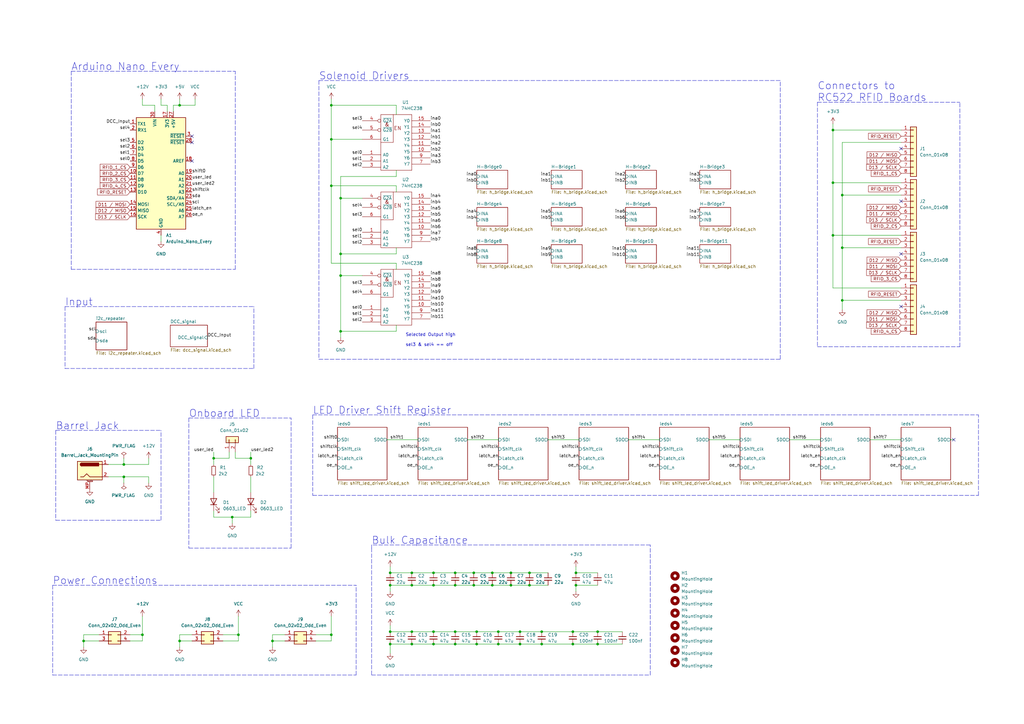
<source format=kicad_sch>
(kicad_sch (version 20211123) (generator eeschema)
  (paper "A3")
  (title_block (title "Kato Switchboard") (date "jan23") (rev "3") (company "Erwin Peterlin"))
  (junction (at 186.69 264.16))
  (junction (at 139.7 135.89))
  (junction (at 177.8 264.16))
  (junction (at 58.42 260.35))
  (junction (at 135.89 76.2))
  (junction (at 186.69 240.03))
  (junction (at 194.31 234.95))
  (junction (at 135.89 57.15))
  (junction (at 345.44 80.01))
  (junction (at 177.8 240.03))
  (junction (at 209.55 240.03))
  (junction (at 50.8 190.5))
  (junction (at 201.93 234.95))
  (junction (at 111.76 262.89))
  (junction (at 177.8 234.95))
  (junction (at 217.17 240.03))
  (junction (at 168.91 264.16))
  (junction (at 139.7 104.14))
  (junction (at 186.69 259.08))
  (junction (at 139.7 113.03))
  (junction (at 34.29 262.89))
  (junction (at 236.22 240.03))
  (junction (at 160.02 240.03))
  (junction (at 201.93 240.03))
  (junction (at 160.02 259.08))
  (junction (at 234.95 264.16))
  (junction (at 50.8 195.58))
  (junction (at 213.2772 264.16))
  (junction (at 217.17 234.95))
  (junction (at 160.02 234.95))
  (junction (at 204.3872 259.08))
  (junction (at 73.66 43.18))
  (junction (at 234.95 259.08))
  (junction (at 139.7 81.28))
  (junction (at 345.44 101.6))
  (junction (at 135.89 260.35))
  (junction (at 186.69 234.95))
  (junction (at 160.02 264.16))
  (junction (at 245.11 259.08))
  (junction (at 95.25 212.09))
  (junction (at 341.63 74.93))
  (junction (at 341.63 96.52))
  (junction (at 345.44 123.19))
  (junction (at 87.63 187.96))
  (junction (at 195.4972 259.08))
  (junction (at 204.3872 264.16))
  (junction (at 97.79 260.35))
  (junction (at 102.87 187.96))
  (junction (at 213.2772 259.08))
  (junction (at 168.91 234.95))
  (junction (at 245.11 264.16))
  (junction (at 209.55 234.95))
  (junction (at 341.63 53.34))
  (junction (at 177.8 259.08))
  (junction (at 73.66 262.89))
  (junction (at 195.4972 264.16))
  (junction (at 222.1672 264.16))
  (junction (at 222.1672 259.08))
  (junction (at 168.91 240.03))
  (junction (at 194.31 240.03))
  (junction (at 168.91 259.08))
  (junction (at 135.89 43.18))
  (junction (at 236.22 234.95))
  (no_connect (at 78.74 55.88))
  (no_connect (at 78.74 58.42))
  (no_connect (at 78.74 66.04))
  (no_connect (at 369.57 125.73))
  (no_connect (at 369.57 82.55))
  (no_connect (at 391.16 180.34))
  (no_connect (at 369.57 60.96))
  (no_connect (at 369.57 104.14))
  (wire (pts (xy 345.44 58.42) (xy 345.44 80.01)))
  (wire (pts (xy 222.1672 264.16) (xy 234.95 264.16)))
  (wire (pts (xy 245.11 259.08) (xy 255.27 259.08)))
  (wire (pts (xy 341.63 53.34) (xy 341.63 74.93)))
  (wire (pts (xy 96.52 185.42) (xy 96.52 187.96)))
  (polyline (pts (xy 320.04 147.32) (xy 320.04 33.02)))
  (wire (pts (xy 71.12 43.18) (xy 73.66 43.18)))
  (wire (pts (xy 369.57 96.52) (xy 341.63 96.52)))
  (wire (pts (xy 63.5 43.18) (xy 63.5 45.72)))
  (polyline (pts (xy 152.4 223.52) (xy 152.4 224.79)))
  (wire (pts (xy 68.58 45.72) (xy 68.58 43.18)))
  (wire (pts (xy 195.4972 264.16) (xy 204.3872 264.16)))
  (wire (pts (xy 160.02 256.54) (xy 160.02 259.08)))
  (wire (pts (xy 50.8 190.5) (xy 50.8 187.96)))
  (polyline (pts (xy 29.21 29.21) (xy 96.52 29.21)))
  (polyline (pts (xy 96.52 110.49) (xy 96.52 29.21)))
  (wire (pts (xy 135.89 252.73) (xy 135.89 260.35)))
  (polyline (pts (xy 152.4 276.86) (xy 266.7 276.86)))
  (wire (pts (xy 50.8 195.58) (xy 60.96 195.58)))
  (wire (pts (xy 204.3872 264.16) (xy 213.2772 264.16)))
  (wire (pts (xy 217.17 240.03) (xy 224.79 240.03)))
  (wire (pts (xy 44.45 195.58) (xy 50.8 195.58)))
  (wire (pts (xy 217.17 234.95) (xy 224.79 234.95)))
  (wire (pts (xy 369.57 58.42) (xy 345.44 58.42)))
  (wire (pts (xy 116.84 262.89) (xy 111.76 262.89)))
  (wire (pts (xy 139.7 104.14) (xy 139.7 113.03)))
  (wire (pts (xy 257.81 180.34) (xy 270.51 180.34)))
  (polyline (pts (xy 130.81 147.32) (xy 320.04 147.32)))
  (wire (pts (xy 58.42 252.73) (xy 58.42 260.35)))
  (wire (pts (xy 73.66 40.64) (xy 73.66 43.18)))
  (wire (pts (xy 194.31 240.03) (xy 201.93 240.03)))
  (wire (pts (xy 236.22 234.95) (xy 245.11 234.95)))
  (wire (pts (xy 135.89 260.35) (xy 135.89 262.89)))
  (wire (pts (xy 60.96 195.58) (xy 60.96 198.12)))
  (wire (pts (xy 160.02 240.03) (xy 160.02 242.57)))
  (wire (pts (xy 162.56 133.35) (xy 162.56 135.89)))
  (wire (pts (xy 162.56 78.74) (xy 162.56 76.2)))
  (wire (pts (xy 177.8 240.03) (xy 186.69 240.03)))
  (wire (pts (xy 91.44 260.35) (xy 97.79 260.35)))
  (wire (pts (xy 87.63 209.55) (xy 87.63 212.09)))
  (polyline (pts (xy 21.59 276.86) (xy 146.05 276.86)))
  (wire (pts (xy 369.57 101.6) (xy 345.44 101.6)))
  (wire (pts (xy 186.69 259.08) (xy 195.4972 259.08)))
  (wire (pts (xy 222.1672 259.08) (xy 234.95 259.08)))
  (polyline (pts (xy 29.21 29.21) (xy 29.21 110.49)))
  (wire (pts (xy 73.66 43.18) (xy 80.01 43.18)))
  (wire (pts (xy 87.63 212.09) (xy 95.25 212.09)))
  (wire (pts (xy 162.56 72.39) (xy 139.7 72.39)))
  (wire (pts (xy 369.57 123.19) (xy 345.44 123.19)))
  (polyline (pts (xy 77.47 171.45) (xy 77.47 224.79)))
  (wire (pts (xy 201.93 240.03) (xy 209.55 240.03)))
  (wire (pts (xy 345.44 123.19) (xy 345.44 127)))
  (polyline (pts (xy 266.7 276.86) (xy 266.7 223.52)))
  (wire (pts (xy 160.02 232.41) (xy 160.02 234.95)))
  (wire (pts (xy 97.79 260.35) (xy 97.79 262.89)))
  (polyline (pts (xy 130.81 33.02) (xy 130.81 147.32)))
  (wire (pts (xy 58.42 260.35) (xy 58.42 262.89)))
  (wire (pts (xy 236.22 240.03) (xy 245.11 240.03)))
  (polyline (pts (xy 77.47 224.79) (xy 119.38 224.79)))
  (polyline (pts (xy 29.21 110.49) (xy 96.52 110.49)))
  (wire (pts (xy 102.87 209.55) (xy 102.87 212.09)))
  (wire (pts (xy 40.64 262.89) (xy 34.29 262.89)))
  (wire (pts (xy 369.57 74.93) (xy 341.63 74.93)))
  (polyline (pts (xy 77.47 171.45) (xy 119.38 171.45)))
  (polyline (pts (xy 335.28 41.91) (xy 335.28 142.24)))
  (wire (pts (xy 168.91 240.03) (xy 177.8 240.03)))
  (wire (pts (xy 53.34 260.35) (xy 58.42 260.35)))
  (wire (pts (xy 93.98 187.96) (xy 87.63 187.96)))
  (wire (pts (xy 160.02 264.16) (xy 168.91 264.16)))
  (wire (pts (xy 139.7 81.28) (xy 148.59 81.28)))
  (wire (pts (xy 135.89 57.15) (xy 135.89 76.2)))
  (polyline (pts (xy 26.67 125.73) (xy 26.67 151.13)))
  (wire (pts (xy 102.87 185.42) (xy 102.87 187.96)))
  (wire (pts (xy 224.79 180.34) (xy 237.49 180.34)))
  (wire (pts (xy 135.89 107.95) (xy 162.56 107.95)))
  (wire (pts (xy 129.54 260.35) (xy 135.89 260.35)))
  (wire (pts (xy 73.66 260.35) (xy 73.66 262.89)))
  (wire (pts (xy 78.74 262.89) (xy 73.66 262.89)))
  (polyline (pts (xy 22.86 176.53) (xy 22.86 213.36)))
  (wire (pts (xy 160.02 234.95) (xy 168.91 234.95)))
  (polyline (pts (xy 401.32 203.2) (xy 401.32 170.18)))
  (polyline (pts (xy 128.27 170.18) (xy 401.32 170.18)))
  (polyline (pts (xy 335.28 41.91) (xy 393.7 41.91)))
  (wire (pts (xy 34.29 260.35) (xy 34.29 262.89)))
  (wire (pts (xy 58.42 40.64) (xy 58.42 43.18)))
  (wire (pts (xy 201.93 234.95) (xy 209.55 234.95)))
  (wire (pts (xy 389.89 180.34) (xy 391.16 180.34)))
  (wire (pts (xy 63.5 43.18) (xy 58.42 43.18)))
  (wire (pts (xy 50.8 190.5) (xy 60.96 190.5)))
  (polyline (pts (xy 26.67 151.13) (xy 104.14 151.13)))
  (wire (pts (xy 191.77 180.34) (xy 204.47 180.34)))
  (wire (pts (xy 162.56 101.6) (xy 162.56 104.14)))
  (wire (pts (xy 66.04 40.64) (xy 66.04 43.18)))
  (wire (pts (xy 40.64 260.35) (xy 34.29 260.35)))
  (wire (pts (xy 102.87 195.58) (xy 102.87 201.93)))
  (wire (pts (xy 50.8 195.58) (xy 50.8 198.12)))
  (wire (pts (xy 135.89 76.2) (xy 135.89 107.95)))
  (wire (pts (xy 111.76 260.35) (xy 116.84 260.35)))
  (wire (pts (xy 236.22 232.41) (xy 236.22 234.95)))
  (wire (pts (xy 139.7 81.28) (xy 139.7 104.14)))
  (wire (pts (xy 160.02 259.08) (xy 168.91 259.08)))
  (wire (pts (xy 290.83 180.34) (xy 303.53 180.34)))
  (polyline (pts (xy 266.7 223.52) (xy 152.4 223.52)))
  (polyline (pts (xy 393.7 142.24) (xy 393.7 41.91)))
  (wire (pts (xy 139.7 72.39) (xy 139.7 81.28)))
  (polyline (pts (xy 66.04 213.36) (xy 66.04 176.53)))
  (wire (pts (xy 97.79 262.89) (xy 91.44 262.89)))
  (wire (pts (xy 44.45 190.5) (xy 50.8 190.5)))
  (wire (pts (xy 68.58 43.18) (xy 66.04 43.18)))
  (wire (pts (xy 66.04 96.52) (xy 66.04 99.06)))
  (wire (pts (xy 102.87 187.96) (xy 102.87 190.5)))
  (wire (pts (xy 158.75 180.34) (xy 171.45 180.34)))
  (wire (pts (xy 53.34 262.89) (xy 58.42 262.89)))
  (wire (pts (xy 160.02 264.16) (xy 160.02 267.97)))
  (wire (pts (xy 73.66 262.89) (xy 73.66 265.43)))
  (wire (pts (xy 194.31 234.95) (xy 201.93 234.95)))
  (wire (pts (xy 111.76 260.35) (xy 111.76 262.89)))
  (wire (pts (xy 135.89 262.89) (xy 129.54 262.89)))
  (wire (pts (xy 162.56 107.95) (xy 162.56 110.49)))
  (polyline (pts (xy 21.59 240.03) (xy 146.05 240.03)))
  (polyline (pts (xy 22.86 213.36) (xy 66.04 213.36)))
  (wire (pts (xy 356.87 180.34) (xy 369.57 180.34)))
  (wire (pts (xy 168.91 259.08) (xy 177.8 259.08)))
  (wire (pts (xy 87.63 187.96) (xy 87.63 190.5)))
  (wire (pts (xy 87.63 195.58) (xy 87.63 201.93)))
  (wire (pts (xy 139.7 113.03) (xy 148.59 113.03)))
  (wire (pts (xy 345.44 80.01) (xy 345.44 101.6)))
  (polyline (pts (xy 26.67 125.73) (xy 104.14 125.73)))
  (polyline (pts (xy 119.38 224.79) (xy 119.38 171.45)))
  (wire (pts (xy 213.2772 259.08) (xy 222.1672 259.08)))
  (wire (pts (xy 162.56 69.85) (xy 162.56 72.39)))
  (polyline (pts (xy 104.14 151.13) (xy 104.14 125.73)))
  (wire (pts (xy 323.85 180.34) (xy 336.55 180.34)))
  (wire (pts (xy 177.8 234.95) (xy 186.69 234.95)))
  (wire (pts (xy 341.63 50.8) (xy 341.63 53.34)))
  (wire (pts (xy 236.22 240.03) (xy 236.22 242.57)))
  (wire (pts (xy 195.4972 259.08) (xy 204.3872 259.08)))
  (wire (pts (xy 369.57 80.01) (xy 345.44 80.01)))
  (wire (pts (xy 80.01 43.18) (xy 80.01 40.64)))
  (wire (pts (xy 186.69 264.16) (xy 195.4972 264.16)))
  (wire (pts (xy 96.52 187.96) (xy 102.87 187.96)))
  (wire (pts (xy 160.02 240.03) (xy 168.91 240.03)))
  (wire (pts (xy 341.63 96.52) (xy 341.63 118.11)))
  (wire (pts (xy 135.89 43.18) (xy 162.56 43.18)))
  (polyline (pts (xy 130.81 33.02) (xy 320.04 33.02)))
  (wire (pts (xy 209.55 234.95) (xy 217.17 234.95)))
  (polyline (pts (xy 128.27 203.2) (xy 401.32 203.2)))
  (wire (pts (xy 111.76 262.89) (xy 111.76 265.43)))
  (wire (pts (xy 95.25 212.09) (xy 102.87 212.09)))
  (wire (pts (xy 139.7 135.89) (xy 162.56 135.89)))
  (wire (pts (xy 234.95 259.08) (xy 245.11 259.08)))
  (wire (pts (xy 73.66 260.35) (xy 78.74 260.35)))
  (wire (pts (xy 135.89 57.15) (xy 148.59 57.15)))
  (wire (pts (xy 369.57 53.34) (xy 341.63 53.34)))
  (wire (pts (xy 139.7 104.14) (xy 162.56 104.14)))
  (wire (pts (xy 177.8 259.08) (xy 186.69 259.08)))
  (polyline (pts (xy 22.86 176.53) (xy 66.04 176.53)))
  (wire (pts (xy 93.98 185.42) (xy 93.98 187.96)))
  (wire (pts (xy 204.3872 259.08) (xy 213.2772 259.08)))
  (wire (pts (xy 34.29 262.89) (xy 34.29 265.43)))
  (polyline (pts (xy 128.27 170.18) (xy 128.27 203.2)))
  (wire (pts (xy 168.91 234.95) (xy 177.8 234.95)))
  (polyline (pts (xy 146.05 276.86) (xy 146.05 240.03)))
  (wire (pts (xy 168.91 264.16) (xy 177.8 264.16)))
  (wire (pts (xy 245.11 264.16) (xy 255.27 264.16)))
  (wire (pts (xy 139.7 135.89) (xy 139.7 138.43)))
  (wire (pts (xy 234.95 264.16) (xy 245.11 264.16)))
  (wire (pts (xy 341.63 74.93) (xy 341.63 96.52)))
  (wire (pts (xy 135.89 43.18) (xy 135.89 57.15)))
  (polyline (pts (xy 152.4 224.79) (xy 152.4 276.86)))
  (wire (pts (xy 162.56 76.2) (xy 135.89 76.2)))
  (polyline (pts (xy 21.59 240.03) (xy 21.59 276.86)))
  (wire (pts (xy 213.2772 264.16) (xy 222.1672 264.16)))
  (wire (pts (xy 139.7 113.03) (xy 139.7 135.89)))
  (wire (pts (xy 209.55 240.03) (xy 217.17 240.03)))
  (polyline (pts (xy 335.28 142.24) (xy 393.7 142.24)))
  (wire (pts (xy 135.89 40.64) (xy 135.89 43.18)))
  (wire (pts (xy 87.63 185.42) (xy 87.63 187.96)))
  (wire (pts (xy 345.44 101.6) (xy 345.44 123.19)))
  (wire (pts (xy 71.12 45.72) (xy 71.12 43.18)))
  (wire (pts (xy 95.25 212.09) (xy 95.25 214.63)))
  (wire (pts (xy 97.79 252.73) (xy 97.79 260.35)))
  (wire (pts (xy 177.8 264.16) (xy 186.69 264.16)))
  (wire (pts (xy 186.69 234.95) (xy 194.31 234.95)))
  (wire (pts (xy 60.96 190.5) (xy 60.96 187.96)))
  (wire (pts (xy 162.56 43.18) (xy 162.56 46.99)))
  (wire (pts (xy 369.57 118.11) (xy 341.63 118.11)))
  (wire (pts (xy 186.69 240.03) (xy 194.31 240.03)))
  (text "Power Connections" (at 21.59 240.03 0) (effects (font (size 3 3)) (justify left bottom)))
  (text "Barrel Jack" (at 22.86 176.53 0) (effects (font (size 3 3)) (justify left bottom)))
  (text "Solenoid Drivers" (at 130.81 33.02 0) (effects (font (size 3 3)) (justify left bottom)))
  (text "Selected Output high\n\nsel3 & sel4 == off" (at 166.37 142.24 0) (effects (font (size 1.27 1.27)) (justify left bottom)))
  (text "Bulk Capacitance" (at 152.4 223.52 0) (effects (font (size 3 3)) (justify left bottom)))
  (text "Connectors to\nRC522 RFID Boards" (at 335.28 41.91 0) (effects (font (size 3 3)) (justify left bottom)))
  (text "Arduino Nano Every" (at 29.21 29.21 0) (effects (font (size 3 3)) (justify left bottom)))
  (text "Onboard LED\n" (at 77.47 171.45 0) (effects (font (size 3 3)) (justify left bottom)))
  (text "Input" (at 26.67 125.73 0) (effects (font (size 3 3)) (justify left bottom)))
  (text "LED Driver Shift Register" (at 128.27 170.18 0) (effects (font (size 3 3)) (justify left bottom)))
  (label "inb5" (at 176.53 88.9 0))
  (label "inb6" (at 256.54 90.17 180))
  (label "inb9" (at 176.53 120.65 0))
  (label "ina4" (at 176.53 81.28 0))
  (label "sel0" (at 148.59 95.25 180))
  (label "ina0" (at 195.58 72.39 180))
  (label "inb11" (at 176.53 130.81 0))
  (label "sel4" (at 53.34 53.34 180))
  (label "inb0" (at 176.53 52.07 0))
  (label "inb8" (at 195.58 105.41 180))
  (label "inb7" (at 176.53 99.06 0))
  (label "sel1" (at 148.59 129.54 180))
  (label "ina9" (at 226.06 102.87 180))
  (label "inb2" (at 256.54 74.93 180))
  (label "oe_n" (at 270.51 191.77 180))
  (label "latch_en" (at 336.55 187.96 180))
  (label "ina10" (at 176.53 123.19 0))
  (label "sel0" (at 148.59 63.5 180))
  (label "sel4" (at 148.59 120.65 180))
  (label "ina6" (at 176.53 91.44 0))
  (label "inb7" (at 287.02 90.17 180))
  (label "latch_en" (at 369.57 187.96 180))
  (label "inb5" (at 226.06 90.17 180))
  (label "sel4" (at 148.59 85.09 180))
  (label "inb4" (at 176.53 83.82 0))
  (label "DCC_Input" (at 85.09 138.43 0))
  (label "inb1" (at 176.53 57.15 0))
  (label "scl" (at 39.37 135.89 180))
  (label "shift5" (at 292.1 180.34 0))
  (label "shift6" (at 325.12 180.34 0))
  (label "latch_en" (at 138.43 187.96 180))
  (label "latch_en" (at 171.45 187.96 180))
  (label "inb1" (at 226.06 74.93 180))
  (label "oe_n" (at 78.74 88.9 0))
  (label "oe_n" (at 204.47 191.77 180))
  (label "ina11" (at 287.02 102.87 180))
  (label "ina11" (at 176.53 128.27 0))
  (label "sel2" (at 148.59 68.58 180))
  (label "shiftclk" (at 171.45 184.15 180))
  (label "sda" (at 39.37 139.7 180))
  (label "shiftclk" (at 303.53 184.15 180))
  (label "sel3" (at 148.59 49.53 180))
  (label "latch_en" (at 204.47 187.96 180))
  (label "sel4" (at 148.59 53.34 180))
  (label "ina5" (at 176.53 86.36 0))
  (label "inb10" (at 256.54 105.41 180))
  (label "shiftclk" (at 336.55 184.15 180))
  (label "oe_n" (at 138.43 191.77 180))
  (label "sel2" (at 53.34 60.96 180))
  (label "latch_en" (at 270.51 187.96 180))
  (label "shift3" (at 226.06 180.34 0))
  (label "shiftclk" (at 237.49 184.15 180))
  (label "ina7" (at 176.53 96.52 0))
  (label "user_led" (at 87.63 185.42 180))
  (label "shift0" (at 78.74 71.12 0))
  (label "sel1" (at 148.59 66.04 180))
  (label "inb9" (at 226.06 105.41 180))
  (label "scl" (at 78.74 83.82 0))
  (label "shift7" (at 358.14 180.34 0))
  (label "user_led" (at 78.74 73.66 0))
  (label "latch_en" (at 237.49 187.96 180))
  (label "shiftclk" (at 369.57 184.15 180))
  (label "shiftclk" (at 138.43 184.15 180))
  (label "inb11" (at 287.02 105.41 180))
  (label "latch_en" (at 78.74 86.36 0))
  (label "sel3" (at 148.59 88.9 180))
  (label "user_led2" (at 78.74 76.2 0))
  (label "ina1" (at 176.53 54.61 0))
  (label "latch_en" (at 303.53 187.96 180))
  (label "ina2" (at 256.54 72.39 180))
  (label "sel0" (at 53.34 66.04 180))
  (label "ina8" (at 176.53 113.03 0))
  (label "sel1" (at 53.34 63.5 180))
  (label "ina5" (at 226.06 87.63 180))
  (label "shiftclk" (at 78.74 78.74 0))
  (label "inb8" (at 176.53 115.57 0))
  (label "inb3" (at 287.02 74.93 180))
  (label "oe_n" (at 336.55 191.77 180))
  (label "sel1" (at 148.59 97.79 180))
  (label "inb6" (at 176.53 93.98 0))
  (label "ina3" (at 176.53 64.77 0))
  (label "shift4" (at 259.08 180.34 0))
  (label "inb2" (at 176.53 62.23 0))
  (label "ina0" (at 176.53 49.53 0))
  (label "inb10" (at 176.53 125.73 0))
  (label "DCC_Input" (at 53.34 50.8 180))
  (label "ina8" (at 195.58 102.87 180))
  (label "inb3" (at 176.53 67.31 0))
  (label "sel3" (at 53.34 58.42 180))
  (label "oe_n" (at 369.57 191.77 180))
  (label "ina9" (at 176.53 118.11 0))
  (label "oe_n" (at 237.49 191.77 180))
  (label "sda" (at 78.74 81.28 0))
  (label "shiftclk" (at 270.51 184.15 180))
  (label "sel2" (at 148.59 100.33 180))
  (label "sel2" (at 148.59 132.08 180))
  (label "oe_n" (at 171.45 191.77 180))
  (label "user_led2" (at 102.87 185.42 0))
  (label "sel3" (at 148.59 116.84 180))
  (label "sel0" (at 148.59 127 180))
  (label "ina2" (at 176.53 59.69 0))
  (label "shiftclk" (at 204.47 184.15 180))
  (label "shift0" (at 138.43 180.34 180))
  (label "inb0" (at 195.58 74.93 180))
  (label "shift2" (at 193.04 180.34 0))
  (label "ina1" (at 226.06 72.39 180))
  (label "oe_n" (at 303.53 191.77 180))
  (label "ina4" (at 195.58 87.63 180))
  (label "inb4" (at 195.58 90.17 180))
  (label "ina3" (at 287.02 72.39 180))
  (label "ina6" (at 256.54 87.63 180))
  (label "ina10" (at 256.54 102.87 180))
  (label "ina7" (at 287.02 87.63 180))
  (label "shift1" (at 160.02 180.34 0))
  (global_label "D11 {slash} MOSI" (shape input) (at 369.57 66.04 180) (property "Intersheet References" "${INTERSHEET_REFS}" (effects hide)))
  (global_label "D13 {slash} SCLK" (shape input) (at 53.34 88.9 180) (property "Intersheet References" "${INTERSHEET_REFS}" (effects hide)))
  (global_label "RFID_RESET" (shape input) (at 369.57 55.88 180) (property "Intersheet References" "${INTERSHEET_REFS}" (effects hide)))
  (global_label "D11 {slash} MOSI" (shape input) (at 53.34 83.82 180) (property "Intersheet References" "${INTERSHEET_REFS}" (effects hide)))
  (global_label "D12 {slash} MISO" (shape input) (at 369.57 128.27 180) (property "Intersheet References" "${INTERSHEET_REFS}" (effects hide)))
  (global_label "RFID_1_CS" (shape input) (at 53.34 68.58 180) (property "Intersheet References" "${INTERSHEET_REFS}" (effects hide)))
  (global_label "RFID_RESET" (shape input) (at 369.57 99.06 180) (property "Intersheet References" "${INTERSHEET_REFS}" (effects hide)))
  (global_label "RFID_4_CS" (shape input) (at 369.57 135.89 180) (property "Intersheet References" "${INTERSHEET_REFS}" (effects hide)))
  (global_label "RFID_2_CS" (shape input) (at 369.57 92.71 180) (property "Intersheet References" "${INTERSHEET_REFS}" (effects hide)))
  (global_label "RFID_3_CS" (shape input) (at 369.57 114.3 180) (property "Intersheet References" "${INTERSHEET_REFS}" (effects hide)))
  (global_label "D12 {slash} MISO" (shape input) (at 53.34 86.36 180) (property "Intersheet References" "${INTERSHEET_REFS}" (effects hide)))
  (global_label "D13 {slash} SCLK" (shape input) (at 369.57 90.17 180) (property "Intersheet References" "${INTERSHEET_REFS}" (effects hide)))
  (global_label "RFID_1_CS" (shape input) (at 369.57 71.12 180) (property "Intersheet References" "${INTERSHEET_REFS}" (effects hide)))
  (global_label "D12 {slash} MISO" (shape input) (at 369.57 85.09 180) (property "Intersheet References" "${INTERSHEET_REFS}" (effects hide)))
  (global_label "D13 {slash} SCLK" (shape input) (at 369.57 133.35 180) (property "Intersheet References" "${INTERSHEET_REFS}" (effects hide)))
  (global_label "D13 {slash} SCLK" (shape input) (at 369.57 68.58 180) (property "Intersheet References" "${INTERSHEET_REFS}" (effects hide)))
  (global_label "D11 {slash} MOSI" (shape input) (at 369.57 109.22 180) (property "Intersheet References" "${INTERSHEET_REFS}" (effects hide)))
  (global_label "RFID_2_CS" (shape input) (at 53.34 71.12 180) (property "Intersheet References" "${INTERSHEET_REFS}" (effects hide)))
  (global_label "RFID_RESET" (shape input) (at 369.57 77.47 180) (property "Intersheet References" "${INTERSHEET_REFS}" (effects hide)))
  (global_label "D12 {slash} MISO" (shape input) (at 369.57 106.68 180) (property "Intersheet References" "${INTERSHEET_REFS}" (effects hide)))
  (global_label "D13 {slash} SCLK" (shape input) (at 369.57 111.76 180) (property "Intersheet References" "${INTERSHEET_REFS}" (effects hide)))
  (global_label "D11 {slash} MOSI" (shape input) (at 369.57 130.81 180) (property "Intersheet References" "${INTERSHEET_REFS}" (effects hide)))
  (global_label "D11 {slash} MOSI" (shape input) (at 369.57 87.63 180) (property "Intersheet References" "${INTERSHEET_REFS}" (effects hide)))
  (global_label "RFID_4_CS" (shape input) (at 53.34 76.2 180) (property "Intersheet References" "${INTERSHEET_REFS}" (effects hide)))
  (global_label "RFID_RESET" (shape input) (at 369.57 120.65 180) (property "Intersheet References" "${INTERSHEET_REFS}" (effects hide)))
  (global_label "RFID_RESET" (shape input) (at 53.34 78.74 180) (property "Intersheet References" "${INTERSHEET_REFS}" (effects hide)))
  (global_label "RFID_3_CS" (shape input) (at 53.34 73.66 180) (property "Intersheet References" "${INTERSHEET_REFS}" (effects hide)))
  (global_label "D12 {slash} MISO" (shape input) (at 369.57 63.5 180) (property "Intersheet References" "${INTERSHEET_REFS}" (effects hide)))
  (symbol (lib_id "Device:C_Small") (at 168.91 261.62 0) (unit 1)
    (property "Reference" "C13" (at 171.45 260.3562 0) (effects (justify left)))
    (property "Value" "47u" (at 171.45 262.8962 0) (effects (justify left)))
    (property "Footprint" "Capacitor_SMD:C_0805_2012Metric" (effects hide))
  )
  (symbol (lib_id "power:GND") (at 34.29 265.43 0) (unit 1)
    (property "Reference" "#PWR022" (effects hide))
    (property "Value" "GND" (at 34.29 270.51 0))
  )
  (symbol (lib_id "power:GND") (at 60.96 198.12 0) (unit 1)
    (property "Reference" "#PWR011" (effects hide))
    (property "Value" "GND" (at 60.96 203.2 0))
  )
  (symbol (lib_id "Device:R_Small") (at 102.87 193.04 180) (unit 1)
    (property "Reference" "R2" (at 106.68 191.77 0))
    (property "Value" "2k2" (at 106.68 194.31 0))
    (property "Footprint" "Resistor_SMD:R_0402_1005Metric" (effects hide))
  )
  (symbol (lib_id "Device:C_Small") (at 160.02 261.62 0) (unit 1)
    (property "Reference" "C12" (at 162.56 260.3562 0) (effects (justify left)))
    (property "Value" "47u" (at 162.56 262.8962 0) (effects (justify left)))
    (property "Footprint" "Capacitor_SMD:C_0805_2012Metric" (effects hide))
  )
  (symbol (lib_id "power:VCC") (at 97.79 252.73 0) (unit 1)
    (property "Reference" "#PWR019" (effects hide))
    (property "Value" "VCC" (at 97.79 247.65 0))
  )
  (symbol (lib_id "Device:C_Small") (at 234.95 261.62 0) (unit 1)
    (property "Reference" "C20" (at 237.49 260.3562 0) (effects (justify left)))
    (property "Value" "100nf" (at 237.49 262.8962 0) (effects (justify left)))
    (property "Footprint" "Capacitor_SMD:C_0603_1608Metric" (effects hide))
  )
  (symbol (lib_id "Device:C_Small") (at 245.11 261.62 0) (unit 1)
    (property "Reference" "C21" (at 247.65 260.3562 0) (effects (justify left)))
    (property "Value" "100nf" (at 247.65 262.8962 0) (effects (justify left)))
    (property "Footprint" "Capacitor_SMD:C_0603_1608Metric" (effects hide))
  )
  (symbol (lib_id "Device:C_Small") (at 209.55 237.49 0) (unit 1)
    (property "Reference" "C7" (at 212.09 236.2262 0) (effects (justify left)))
    (property "Value" "22u" (at 212.09 238.7662 0) (effects (justify left)))
    (property "Footprint" "Capacitor_SMD:C_0805_2012Metric" (effects hide))
  )
  (symbol (lib_id "Device:C_Small") (at 201.93 237.49 0) (unit 1)
    (property "Reference" "C6" (at 204.47 236.2262 0) (effects (justify left)))
    (property "Value" "22u" (at 204.47 238.7662 0) (effects (justify left)))
    (property "Footprint" "Capacitor_SMD:C_0805_2012Metric" (effects hide))
  )
  (symbol (lib_id "Mechanical:MountingHole") (at 276.86 246.38 0) (unit 1)
    (property "Reference" "H3" (at 279.4 245.1099 0) (effects (justify left)))
    (property "Value" "MountingHole" (at 279.4 247.6499 0) (effects (justify left)))
    (property "Footprint" "MountingHole:MountingHole_2.2mm_M2_ISO7380_Pad" (effects hide))
  )
  (symbol (lib_id "Device:C_Small") (at 222.1672 261.62 0) (unit 1)
    (property "Reference" "C19" (at 224.7072 260.3562 0) (effects (justify left)))
    (property "Value" "47u" (at 224.7072 262.8962 0) (effects (justify left)))
    (property "Footprint" "Capacitor_SMD:C_0805_2012Metric" (effects hide))
  )
  (symbol (lib_id "Mechanical:MountingHole") (at 276.86 236.22 0) (unit 1)
    (property "Reference" "H1" (at 279.4 234.9499 0) (effects (justify left)))
    (property "Value" "MountingHole" (at 279.4 237.4899 0) (effects (justify left)))
    (property "Footprint" "MountingHole:MountingHole_2.2mm_M2_ISO7380_Pad" (effects hide))
  )
  (symbol (lib_id "Connector_Generic:Conn_01x08") (at 374.65 82.55 0) (unit 1)
    (property "Reference" "J2" (at 377.19 82.5499 0) (effects (justify left)))
    (property "Value" "Conn_01x08" (at 377.19 85.0899 0) (effects (justify left)))
    (property "Footprint" "Connector_PinHeader_2.54mm:PinHeader_1x08_P2.54mm_Vertical" (effects hide))
  )
  (symbol (lib_id "power:GND") (at 345.44 127 0) (unit 1)
    (property "Reference" "#PWR08" (effects hide))
    (property "Value" "GND" (at 345.44 132.08 0))
  )
  (symbol (lib_id "Mechanical:MountingHole") (at 276.86 266.7 0) (unit 1)
    (property "Reference" "H7" (at 279.4 265.4299 0) (effects (justify left)))
    (property "Value" "MountingHole" (at 279.4 267.9699 0) (effects (justify left)))
    (property "Footprint" "MountingHole:MountingHole_2.2mm_M2_ISO7380_Pad" (effects hide))
  )
  (symbol (lib_id "power:VCC") (at 135.89 40.64 0) (unit 1)
    (property "Reference" "#PWR05" (effects hide))
    (property "Value" "VCC" (at 135.89 35.56 0))
  )
  (symbol (lib_id "Connector_Generic:Conn_01x02") (at 93.98 180.34 90) (unit 1)
    (property "Reference" "J5" (at 93.98 173.99 90) (effects (justify right)))
    (property "Value" "Conn_01x02" (at 90.17 176.53 90) (effects (justify right)))
    (property "Footprint" "Connector_PinSocket_2.54mm:PinSocket_1x02_P2.54mm_Vertical" (effects hide))
  )
  (symbol (lib_id "Device:C_Small") (at 245.11 237.49 0) (unit 1)
    (property "Reference" "C11" (at 247.65 236.2262 0) (effects (justify left)))
    (property "Value" "47u" (at 247.65 238.7662 0) (effects (justify left)))
    (property "Footprint" "Capacitor_SMD:C_0805_2012Metric" (effects hide))
  )
  (symbol (lib_id "Mechanical:MountingHole") (at 276.86 261.62 0) (unit 1)
    (property "Reference" "H6" (at 279.4 260.3499 0) (effects (justify left)))
    (property "Value" "MountingHole" (at 279.4 262.8899 0) (effects (justify left)))
    (property "Footprint" "MountingHole:MountingHole_2.2mm_M2_ISO7380_Pad" (effects hide))
  )
  (symbol (lib_id "power:+3.3V") (at 341.63 50.8 0) (unit 1)
    (property "Reference" "#PWR06" (effects hide))
    (property "Value" "+3.3V" (at 341.63 45.72 0))
  )
  (symbol (lib_id "Device:LED") (at 102.87 205.74 90) (unit 1)
    (property "Reference" "D2" (at 106.68 206.0574 90) (effects (justify right)))
    (property "Value" "0603_LED" (at 106.68 208.5974 90) (effects (justify right)))
    (property "Footprint" "LED_SMD:LED_0603_1608Metric" (effects hide))
  )
  (symbol (lib_id "power:+3.3V") (at 135.89 252.73 0) (unit 1)
    (property "Reference" "#PWR020" (effects hide))
    (property "Value" "+3.3V" (at 135.89 247.65 0))
  )
  (symbol (lib_id "power:+12V") (at 58.42 252.73 0) (unit 1)
    (property "Reference" "#PWR018" (effects hide))
    (property "Value" "+12V" (at 58.42 247.65 0))
  )
  (symbol (lib_id "Device:C_Small") (at 236.22 237.49 0) (unit 1)
    (property "Reference" "C10" (at 238.76 236.2262 0) (effects (justify left)))
    (property "Value" "47u" (at 238.76 238.7662 0) (effects (justify left)))
    (property "Footprint" "Capacitor_SMD:C_0805_2012Metric" (effects hide))
  )
  (symbol (lib_id "power:GND") (at 111.76 265.43 0) (unit 1)
    (property "Reference" "#PWR024" (effects hide))
    (property "Value" "GND" (at 111.76 270.51 0))
  )
  (symbol (lib_id "power:GND") (at 36.83 200.66 0) (unit 1)
    (property "Reference" "#PWR012" (effects hide))
    (property "Value" "GND" (at 36.83 205.74 0))
  )
  (symbol (lib_id "Mechanical:MountingHole") (at 276.86 251.46 0) (unit 1)
    (property "Reference" "H4" (at 279.4 250.1899 0) (effects (justify left)))
    (property "Value" "MountingHole" (at 279.4 252.7299 0) (effects (justify left)))
    (property "Footprint" "MountingHole:MountingHole_2.2mm_M2_ISO7380_Pad" (effects hide))
  )
  (symbol (lib_id "power:GND") (at 95.25 214.63 0) (unit 1)
    (property "Reference" "#PWR013" (effects hide))
    (property "Value" "GND" (at 95.25 219.71 0))
  )
  (symbol (lib_id "power:+3.3V") (at 66.04 40.64 0) (unit 1)
    (property "Reference" "#PWR02" (effects hide))
    (property "Value" "+3.3V" (at 66.04 35.56 0))
  )
  (symbol (lib_id "Device:C_Small") (at 213.2772 261.62 0) (unit 1)
    (property "Reference" "C18" (at 215.8172 260.3562 0) (effects (justify left)))
    (property "Value" "47u" (at 215.8172 262.8962 0) (effects (justify left)))
    (property "Footprint" "Capacitor_SMD:C_0805_2012Metric" (effects hide))
  )
  (symbol (lib_id "Device:C_Small") (at 177.8 261.62 0) (unit 1)
    (property "Reference" "C14" (at 180.34 260.3562 0) (effects (justify left)))
    (property "Value" "47u" (at 180.34 262.8962 0) (effects (justify left)))
    (property "Footprint" "Capacitor_SMD:C_0805_2012Metric" (effects hide))
  )
  (symbol (lib_id "power:GND") (at 73.66 265.43 0) (unit 1)
    (property "Reference" "#PWR023" (effects hide))
    (property "Value" "GND" (at 73.66 270.51 0))
  )
  (symbol (lib_id "Mechanical:MountingHole") (at 276.86 241.3 0) (unit 1)
    (property "Reference" "H2" (at 279.4 240.0299 0) (effects (justify left)))
    (property "Value" "MountingHole" (at 279.4 242.5699 0) (effects (justify left)))
    (property "Footprint" "MountingHole:MountingHole_2.2mm_M2_ISO7380_Pad" (effects hide))
  )
  (symbol (lib_id "Device:C_Small") (at 195.4972 261.62 0) (unit 1)
    (property "Reference" "C16" (at 198.0372 260.3562 0) (effects (justify left)))
    (property "Value" "47u" (at 198.0372 262.8962 0) (effects (justify left)))
    (property "Footprint" "Capacitor_SMD:C_0805_2012Metric" (effects hide))
  )
  (symbol (lib_id "power:VCC") (at 80.01 40.64 0) (unit 1)
    (property "Reference" "#PWR04" (effects hide))
    (property "Value" "VCC" (at 80.01 35.56 0))
  )
  (symbol (lib_id "Device:C_Small") (at 168.91 237.49 0) (unit 1)
    (property "Reference" "C2" (at 171.45 236.2262 0) (effects (justify left)))
    (property "Value" "22u" (at 171.45 238.7662 0) (effects (justify left)))
    (property "Footprint" "Capacitor_SMD:C_0805_2012Metric" (effects hide))
  )
  (symbol (lib_id "74xx_IEEE:74HC238") (at 162.56 54.61 0) (unit 1)
    (property "Reference" "U1" (at 166.37 41.91 0))
    (property "Value" "74HC238" (at 168.91 44.45 0))
    (property "Footprint" "Package_SO:TSSOP-16_4.4x5mm_P0.65mm" (effects hide))
    (property "Datasheet" "https://datasheet.lcsc.com/lcsc/1810111750_Nexperia-74HC238PW-118_C60434.pdf" (effects hide))
  )
  (symbol (lib_id "Device:C_Small") (at 204.3872 261.62 0) (unit 1)
    (property "Reference" "C17" (at 206.9272 260.3562 0) (effects (justify left)))
    (property "Value" "47u" (at 206.9272 262.8962 0) (effects (justify left)))
    (property "Footprint" "Capacitor_SMD:C_0805_2012Metric" (effects hide))
  )
  (symbol (lib_id "power:+12V") (at 60.96 187.96 0) (unit 1)
    (property "Reference" "#PWR010" (effects hide))
    (property "Value" "+12V" (at 60.96 182.88 0))
  )
  (symbol (lib_id "power:GND") (at 160.02 267.97 0) (unit 1)
    (property "Reference" "#PWR025" (effects hide))
    (property "Value" "GND" (at 160.02 273.05 0))
  )
  (symbol (lib_id "Device:C_Small") (at 177.8 237.49 0) (unit 1)
    (property "Reference" "C3" (at 180.34 236.2262 0) (effects (justify left)))
    (property "Value" "22u" (at 180.34 238.7662 0) (effects (justify left)))
    (property "Footprint" "Capacitor_SMD:C_0805_2012Metric" (effects hide))
  )
  (symbol (lib_id "power:GND") (at 160.02 242.57 0) (unit 1)
    (property "Reference" "#PWR016" (effects hide))
    (property "Value" "GND" (at 160.02 247.65 0))
  )
  (symbol (lib_id "power:GND") (at 66.04 99.06 0) (unit 1)
    (property "Reference" "#PWR07" (effects hide))
    (property "Value" "GND" (at 66.04 104.14 0))
  )
  (symbol (lib_id "Connector_Generic:Conn_02x02_Odd_Even") (at 83.82 260.35 0) (unit 1)
    (property "Reference" "J8" (at 85.09 254 0))
    (property "Value" "Conn_02x02_Odd_Even" (at 85.09 256.54 0))
    (property "Footprint" "Connector_PinHeader_2.54mm:PinHeader_2x02_P2.54mm_Vertical" (effects hide))
  )
  (symbol (lib_id "Connector_Generic:Conn_02x02_Odd_Even") (at 45.72 260.35 0) (unit 1)
    (property "Reference" "J7" (at 46.99 254 0))
    (property "Value" "Conn_02x02_Odd_Even" (at 46.99 256.54 0))
    (property "Footprint" "Connector_PinHeader_2.54mm:PinHeader_2x02_P2.54mm_Vertical" (effects hide))
  )
  (symbol (lib_id "Device:C_Small") (at 186.69 261.62 0) (unit 1)
    (property "Reference" "C15" (at 189.23 260.3562 0) (effects (justify left)))
    (property "Value" "47u" (at 189.23 262.8962 0) (effects (justify left)))
    (property "Footprint" "Capacitor_SMD:C_0805_2012Metric" (effects hide))
  )
  (symbol (lib_id "power:+12V") (at 160.02 232.41 0) (unit 1)
    (property "Reference" "#PWR014" (effects hide))
    (property "Value" "+12V" (at 160.02 227.33 0))
  )
  (symbol (lib_id "Device:R_Small") (at 87.63 193.04 180) (unit 1)
    (property "Reference" "R1" (at 91.44 191.77 0))
    (property "Value" "2k2" (at 91.44 194.31 0))
    (property "Footprint" "Resistor_SMD:R_0402_1005Metric" (effects hide))
  )
  (symbol (lib_id "Device:C_Small") (at 186.69 237.49 0) (unit 1)
    (property "Reference" "C4" (at 189.23 236.2262 0) (effects (justify left)))
    (property "Value" "22u" (at 189.23 238.7662 0) (effects (justify left)))
    (property "Footprint" "Capacitor_SMD:C_0805_2012Metric" (effects hide))
  )
  (symbol (lib_id "Device:C_Small") (at 217.17 237.49 0) (unit 1)
    (property "Reference" "C8" (at 219.71 236.2262 0) (effects (justify left)))
    (property "Value" "22u" (at 219.71 238.7662 0) (effects (justify left)))
    (property "Footprint" "Capacitor_SMD:C_0805_2012Metric" (effects hide))
  )
  (symbol (lib_id "power:GND") (at 139.7 138.43 0) (unit 1)
    (property "Reference" "#PWR09" (effects hide))
    (property "Value" "GND" (at 139.7 143.51 0))
  )
  (symbol (lib_id "Connector_Generic:Conn_02x02_Odd_Even") (at 121.92 260.35 0) (unit 1)
    (property "Reference" "J9" (at 123.19 254 0))
    (property "Value" "Conn_02x02_Odd_Even" (at 123.19 256.54 0))
    (property "Footprint" "Connector_PinHeader_2.54mm:PinHeader_2x02_P2.54mm_Vertical" (effects hide))
  )
  (symbol (lib_id "Mechanical:MountingHole") (at 276.86 256.54 0) (unit 1)
    (property "Reference" "H5" (at 279.4 255.2699 0) (effects (justify left)))
    (property "Value" "MountingHole" (at 279.4 257.8099 0) (effects (justify left)))
    (property "Footprint" "MountingHole:MountingHole_2.2mm_M2_ISO7380_Pad" (effects hide))
  )
  (symbol (lib_id "Device:C_Small") (at 194.31 237.49 0) (unit 1)
    (property "Reference" "C5" (at 196.85 236.2262 0) (effects (justify left)))
    (property "Value" "22u" (at 196.85 238.7662 0) (effects (justify left)))
    (property "Footprint" "Capacitor_SMD:C_0805_2012Metric" (effects hide))
  )
  (symbol (lib_id "power:PWR_FLAG") (at 50.8 198.12 180) (unit 1)
    (property "Reference" "#FLG02" (effects hide))
    (property "Value" "PWR_FLAG" (at 45.72 203.2 0) (effects (justify right)))
  )
  (symbol (lib_id "Device:C_Small") (at 255.27 261.62 0) (unit 1)
    (property "Reference" "C22" (at 257.81 260.3562 0) (effects (justify left)))
    (property "Value" "100nf" (at 257.81 262.8962 0) (effects (justify left)))
    (property "Footprint" "Capacitor_SMD:C_0603_1608Metric" (effects hide))
  )
  (symbol (lib_id "power:+12V") (at 58.42 40.64 0) (unit 1)
    (property "Reference" "#PWR01" (effects hide))
    (property "Value" "+12V" (at 58.42 35.56 0))
  )
  (symbol (lib_id "Device:C_Small") (at 224.79 237.49 0) (unit 1)
    (property "Reference" "C9" (at 227.33 236.2262 0) (effects (justify left)))
    (property "Value" "22u" (at 227.33 238.7662 0) (effects (justify left)))
    (property "Footprint" "Capacitor_SMD:C_0805_2012Metric" (effects hide))
  )
  (symbol (lib_id "Connector_Generic:Conn_01x08") (at 374.65 125.73 0) (unit 1)
    (property "Reference" "J4" (at 377.19 125.7299 0) (effects (justify left)))
    (property "Value" "Conn_01x08" (at 377.19 128.2699 0) (effects (justify left)))
    (property "Footprint" "Connector_PinHeader_2.54mm:PinHeader_1x08_P2.54mm_Vertical" (effects hide))
  )
  (symbol (lib_id "MCU_Module:Arduino_Nano_Every") (at 66.04 71.12 0) (unit 1)
    (property "Reference" "A1" (at 68.0594 96.52 0) (effects (justify left)))
    (property "Value" "Arduino_Nano_Every" (at 68.0594 99.06 0) (effects (justify left)))
    (property "Footprint" "Module:Arduino_Nano" (effects hide))
    (property "Datasheet" "https://content.arduino.cc/assets/NANOEveryV3.0_sch.pdf" (effects hide))
  )
  (symbol (lib_id "power:VCC") (at 160.02 256.54 0) (unit 1)
    (property "Reference" "#PWR021" (effects hide))
    (property "Value" "VCC" (at 160.02 251.46 0))
  )
  (symbol (lib_id "74xx_IEEE:74HC238") (at 162.56 118.11 0) (unit 1)
    (property "Reference" "U3" (at 166.37 105.41 0))
    (property "Value" "74HC238" (at 168.91 107.95 0))
    (property "Footprint" "Package_SO:TSSOP-16_4.4x5mm_P0.65mm" (effects hide))
    (property "Datasheet" "https://datasheet.lcsc.com/lcsc/1810111750_Nexperia-74HC238PW-118_C60434.pdf" (effects hide))
  )
  (symbol (lib_id "power:PWR_FLAG") (at 50.8 187.96 0) (unit 1)
    (property "Reference" "#FLG01" (effects hide))
    (property "Value" "PWR_FLAG" (at 50.8 182.88 0))
  )
  (symbol (lib_id "Connector:Barrel_Jack_MountingPin") (at 36.83 193.04 0) (unit 1)
    (property "Reference" "J6" (at 36.83 184.15 0))
    (property "Value" "Barrel_Jack_MountingPin" (at 36.83 186.69 0))
    (property "Footprint" "Connector_BarrelJack:BarrelJack_Horizontal" (effects hide))
  )
  (symbol (lib_id "74xx_IEEE:74HC238") (at 162.56 86.36 0) (unit 1)
    (property "Reference" "U2" (at 166.37 73.66 0))
    (property "Value" "74HC238" (at 168.91 76.2 0))
    (property "Footprint" "Package_SO:TSSOP-16_4.4x5mm_P0.65mm" (effects hide))
    (property "Datasheet" "https://datasheet.lcsc.com/lcsc/1810111750_Nexperia-74HC238PW-118_C60434.pdf" (effects hide))
  )
  (symbol (lib_id "Mechanical:MountingHole") (at 276.86 271.78 0) (unit 1)
    (property "Reference" "H8" (at 279.4 270.5099 0) (effects (justify left)))
    (property "Value" "MountingHole" (at 279.4 273.0499 0) (effects (justify left)))
    (property "Footprint" "MountingHole:MountingHole_2.2mm_M2_ISO7380_Pad" (effects hide))
  )
  (symbol (lib_id "Device:C_Small") (at 160.02 237.49 0) (unit 1)
    (property "Reference" "C1" (at 162.56 236.2262 0) (effects (justify left)))
    (property "Value" "22u" (at 162.56 238.7662 0) (effects (justify left)))
    (property "Footprint" "Capacitor_SMD:C_0805_2012Metric" (effects hide))
  )
  (symbol (lib_id "power:GND") (at 236.22 242.57 0) (unit 1)
    (property "Reference" "#PWR017" (effects hide))
    (property "Value" "GND" (at 236.22 247.65 0))
  )
  (symbol (lib_id "power:+3.3V") (at 236.22 232.41 0) (unit 1)
    (property "Reference" "#PWR015" (effects hide))
    (property "Value" "+3.3V" (at 236.22 227.33 0))
  )
  (symbol (lib_id "Connector_Generic:Conn_01x08") (at 374.65 60.96 0) (unit 1)
    (property "Reference" "J1" (at 377.19 60.9599 0) (effects (justify left)))
    (property "Value" "Conn_01x08" (at 377.19 63.4999 0) (effects (justify left)))
    (property "Footprint" "Connector_PinHeader_2.54mm:PinHeader_1x08_P2.54mm_Vertical" (effects hide))
  )
  (symbol (lib_id "power:+5V") (at 73.66 40.64 0) (unit 1)
    (property "Reference" "#PWR03" (effects hide))
    (property "Value" "+5V" (at 73.66 35.56 0))
  )
  (symbol (lib_id "Device:LED") (at 87.63 205.74 90) (unit 1)
    (property "Reference" "D1" (at 91.44 206.0574 90) (effects (justify right)))
    (property "Value" "0603_LED" (at 91.44 208.5974 90) (effects (justify right)))
    (property "Footprint" "LED_SMD:LED_0603_1608Metric" (effects hide))
  )
  (symbol (lib_id "Connector_Generic:Conn_01x08") (at 374.65 104.14 0) (unit 1)
    (property "Reference" "J3" (at 377.19 104.1399 0) (effects (justify left)))
    (property "Value" "Conn_01x08" (at 377.19 106.6799 0) (effects (justify left)))
    (property "Footprint" "Connector_PinHeader_2.54mm:PinHeader_1x08_P2.54mm_Vertical" (effects hide))
  )
  (sheet (at 69.85 133.35) (size 15.24 8.89) (stroke (width 0.1524))
    (property "Sheet name" "DCC_signal" (at 69.85 132.6384 0) (effects (justify left bottom)))
    (property "Sheet file" "dcc_signal.kicad_sch" (at 69.85 142.8246 0) (effects (justify left top)))
    (pin "DCC_signal" input (at 85.09 138.43 0))
  )
  (sheet (at 226.06 69.85) (size 12.7 7.62) (stroke (width 0.1524))
    (property "Sheet name" "H-Bridge1" (at 226.06 69.1384 0) (effects (justify left bottom)))
    (property "Sheet file" "h_bridge.kicad_sch" (at 226.06 78.0546 0) (effects (justify left top)))
    (pin "INA" input (at 226.06 72.39 180))
    (pin "INB" input (at 226.06 74.93 180))
  )
  (sheet (at 204.47 175.26) (size 20.32 21.59) (stroke (width 0.1524))
    (property "Sheet name" "leds2" (at 204.47 174.5484 0) (effects (justify left bottom)))
    (property "Sheet file" "shift_led_driver.kicad_sch" (at 204.47 197.4346 0) (effects (justify left top)))
    (pin "Latch_clk" input (at 204.47 187.96 180))
    (pin "OE_n" input (at 204.47 191.77 180))
    (pin "SDI" input (at 204.47 180.34 180))
    (pin "Shift_clk" input (at 204.47 184.15 180))
    (pin "SDO" output (at 224.79 180.34 0))
  )
  (sheet (at 195.58 69.85) (size 12.7 7.62) (stroke (width 0.1524))
    (property "Sheet name" "H-Bridge0" (at 195.58 69.1384 0) (effects (justify left bottom)))
    (property "Sheet file" "h_bridge.kicad_sch" (at 195.58 78.0546 0) (effects (justify left top)))
    (pin "INA" input (at 195.58 72.39 180))
    (pin "INB" input (at 195.58 74.93 180))
  )
  (sheet (at 287.02 100.33) (size 12.7 7.62) (stroke (width 0.1524))
    (property "Sheet name" "H-Bridge11" (at 287.02 99.6184 0) (effects (justify left bottom)))
    (property "Sheet file" "h_bridge.kicad_sch" (at 287.02 108.5346 0) (effects (justify left top)))
    (pin "INA" input (at 287.02 102.87 180))
    (pin "INB" input (at 287.02 105.41 180))
  )
  (sheet (at 256.54 100.33) (size 12.7 7.62) (stroke (width 0.1524))
    (property "Sheet name" "H-Bridge10" (at 256.54 99.6184 0) (effects (justify left bottom)))
    (property "Sheet file" "h_bridge.kicad_sch" (at 256.54 108.5346 0) (effects (justify left top)))
    (pin "INA" input (at 256.54 102.87 180))
    (pin "INB" input (at 256.54 105.41 180))
  )
  (sheet (at 256.54 85.09) (size 12.7 7.62) (stroke (width 0.1524))
    (property "Sheet name" "H-Bridge6" (at 256.54 84.3784 0) (effects (justify left bottom)))
    (property "Sheet file" "h_bridge.kicad_sch" (at 256.54 93.2946 0) (effects (justify left top)))
    (pin "INA" input (at 256.54 87.63 180))
    (pin "INB" input (at 256.54 90.17 180))
  )
  (sheet (at 369.57 175.26) (size 20.32 21.59) (stroke (width 0.1524))
    (property "Sheet name" "leds7" (at 369.57 174.5484 0) (effects (justify left bottom)))
    (property "Sheet file" "shift_led_driver.kicad_sch" (at 369.57 197.4346 0) (effects (justify left top)))
    (pin "Latch_clk" input (at 369.57 187.96 180))
    (pin "OE_n" input (at 369.57 191.77 180))
    (pin "SDI" input (at 369.57 180.34 180))
    (pin "Shift_clk" input (at 369.57 184.15 180))
    (pin "SDO" output (at 389.89 180.34 0))
  )
  (sheet (at 39.37 132.08) (size 12.7 11.43) (stroke (width 0.1524))
    (property "Sheet name" "i2c_repeater" (at 39.37 131.3684 0) (effects (justify left bottom)))
    (property "Sheet file" "i2c_repeater.kicad_sch" (at 39.37 144.0946 0) (effects (justify left top)))
    (pin "sda" input (at 39.37 139.7 180))
    (pin "scl" input (at 39.37 135.89 180))
  )
  (sheet (at 303.53 175.26) (size 20.32 21.59) (stroke (width 0.1524))
    (property "Sheet name" "leds5" (at 303.53 174.5484 0) (effects (justify left bottom)))
    (property "Sheet file" "shift_led_driver.kicad_sch" (at 303.53 197.4346 0) (effects (justify left top)))
    (pin "Latch_clk" input (at 303.53 187.96 180))
    (pin "OE_n" input (at 303.53 191.77 180))
    (pin "SDI" input (at 303.53 180.34 180))
    (pin "Shift_clk" input (at 303.53 184.15 180))
    (pin "SDO" output (at 323.85 180.34 0))
  )
  (sheet (at 237.49 175.26) (size 20.32 21.59) (stroke (width 0.1524))
    (property "Sheet name" "leds3" (at 237.49 174.5484 0) (effects (justify left bottom)))
    (property "Sheet file" "shift_led_driver.kicad_sch" (at 237.49 197.4346 0) (effects (justify left top)))
    (pin "Latch_clk" input (at 237.49 187.96 180))
    (pin "OE_n" input (at 237.49 191.77 180))
    (pin "SDI" input (at 237.49 180.34 180))
    (pin "Shift_clk" input (at 237.49 184.15 180))
    (pin "SDO" output (at 257.81 180.34 0))
  )
  (sheet (at 287.02 69.85) (size 12.7 7.62) (stroke (width 0.1524))
    (property "Sheet name" "H-Bridge3" (at 287.02 69.1384 0) (effects (justify left bottom)))
    (property "Sheet file" "h_bridge.kicad_sch" (at 287.02 78.0546 0) (effects (justify left top)))
    (pin "INA" input (at 287.02 72.39 180))
    (pin "INB" input (at 287.02 74.93 180))
  )
  (sheet (at 226.06 100.33) (size 12.7 7.62) (stroke (width 0.1524))
    (property "Sheet name" "H-Bridge9" (at 226.06 99.6184 0) (effects (justify left bottom)))
    (property "Sheet file" "h_bridge.kicad_sch" (at 226.06 108.5346 0) (effects (justify left top)))
    (pin "INA" input (at 226.06 102.87 180))
    (pin "INB" input (at 226.06 105.41 180))
  )
  (sheet (at 195.58 100.33) (size 12.7 7.62) (stroke (width 0.1524))
    (property "Sheet name" "H-Bridge8" (at 195.58 99.6184 0) (effects (justify left bottom)))
    (property "Sheet file" "h_bridge.kicad_sch" (at 195.58 108.5346 0) (effects (justify left top)))
    (pin "INA" input (at 195.58 102.87 180))
    (pin "INB" input (at 195.58 105.41 180))
  )
  (sheet (at 195.58 85.09) (size 12.7 7.62) (stroke (width 0.1524))
    (property "Sheet name" "H-Bridge4" (at 195.58 84.3784 0) (effects (justify left bottom)))
    (property "Sheet file" "h_bridge.kicad_sch" (at 195.58 93.2946 0) (effects (justify left top)))
    (pin "INA" input (at 195.58 87.63 180))
    (pin "INB" input (at 195.58 90.17 180))
  )
  (sheet (at 138.43 175.26) (size 20.32 21.59) (stroke (width 0.1524))
    (property "Sheet name" "leds0" (at 138.43 174.5484 0) (effects (justify left bottom)))
    (property "Sheet file" "shift_led_driver.kicad_sch" (at 138.43 197.4346 0) (effects (justify left top)))
    (pin "Latch_clk" input (at 138.43 187.96 180))
    (pin "OE_n" input (at 138.43 191.77 180))
    (pin "SDI" input (at 138.43 180.34 180))
    (pin "Shift_clk" input (at 138.43 184.15 180))
    (pin "SDO" output (at 158.75 180.34 0))
  )
  (sheet (at 256.54 69.85) (size 12.7 7.62) (stroke (width 0.1524))
    (property "Sheet name" "H-Bridge2" (at 256.54 69.1384 0) (effects (justify left bottom)))
    (property "Sheet file" "h_bridge.kicad_sch" (at 256.54 78.0546 0) (effects (justify left top)))
    (pin "INA" input (at 256.54 72.39 180))
    (pin "INB" input (at 256.54 74.93 180))
  )
  (sheet (at 336.55 175.26) (size 20.32 21.59) (stroke (width 0.1524))
    (property "Sheet name" "leds6" (at 336.55 174.5484 0) (effects (justify left bottom)))
    (property "Sheet file" "shift_led_driver.kicad_sch" (at 336.55 197.4346 0) (effects (justify left top)))
    (pin "Latch_clk" input (at 336.55 187.96 180))
    (pin "OE_n" input (at 336.55 191.77 180))
    (pin "SDI" input (at 336.55 180.34 180))
    (pin "Shift_clk" input (at 336.55 184.15 180))
    (pin "SDO" output (at 356.87 180.34 0))
  )
  (sheet (at 226.06 85.09) (size 12.7 7.62) (stroke (width 0.1524))
    (property "Sheet name" "H-Bridge5" (at 226.06 84.3784 0) (effects (justify left bottom)))
    (property "Sheet file" "h_bridge.kicad_sch" (at 226.06 93.2946 0) (effects (justify left top)))
    (pin "INA" input (at 226.06 87.63 180))
    (pin "INB" input (at 226.06 90.17 180))
  )
  (sheet (at 171.45 175.26) (size 20.32 21.59) (stroke (width 0.1524))
    (property "Sheet name" "leds1" (at 171.45 174.5484 0) (effects (justify left bottom)))
    (property "Sheet file" "shift_led_driver.kicad_sch" (at 171.45 197.4346 0) (effects (justify left top)))
    (pin "Latch_clk" input (at 171.45 187.96 180))
    (pin "OE_n" input (at 171.45 191.77 180))
    (pin "SDI" input (at 171.45 180.34 180))
    (pin "Shift_clk" input (at 171.45 184.15 180))
    (pin "SDO" output (at 191.77 180.34 0))
  )
  (sheet (at 287.02 85.09) (size 12.7 7.62) (stroke (width 0.1524))
    (property "Sheet name" "H-Bridge7" (at 287.02 84.3784 0) (effects (justify left bottom)))
    (property "Sheet file" "h_bridge.kicad_sch" (at 287.02 93.2946 0) (effects (justify left top)))
    (pin "INA" input (at 287.02 87.63 180))
    (pin "INB" input (at 287.02 90.17 180))
  )
  (sheet (at 270.51 175.26) (size 20.32 21.59) (stroke (width 0.1524))
    (property "Sheet name" "leds4" (at 270.51 174.5484 0) (effects (justify left bottom)))
    (property "Sheet file" "shift_led_driver.kicad_sch" (at 270.51 197.4346 0) (effects (justify left top)))
    (pin "Latch_clk" input (at 270.51 187.96 180))
    (pin "OE_n" input (at 270.51 191.77 180))
    (pin "SDI" input (at 270.51 180.34 180))
    (pin "Shift_clk" input (at 270.51 184.15 180))
    (pin "SDO" output (at 290.83 180.34 0))
  )
)
</source>
